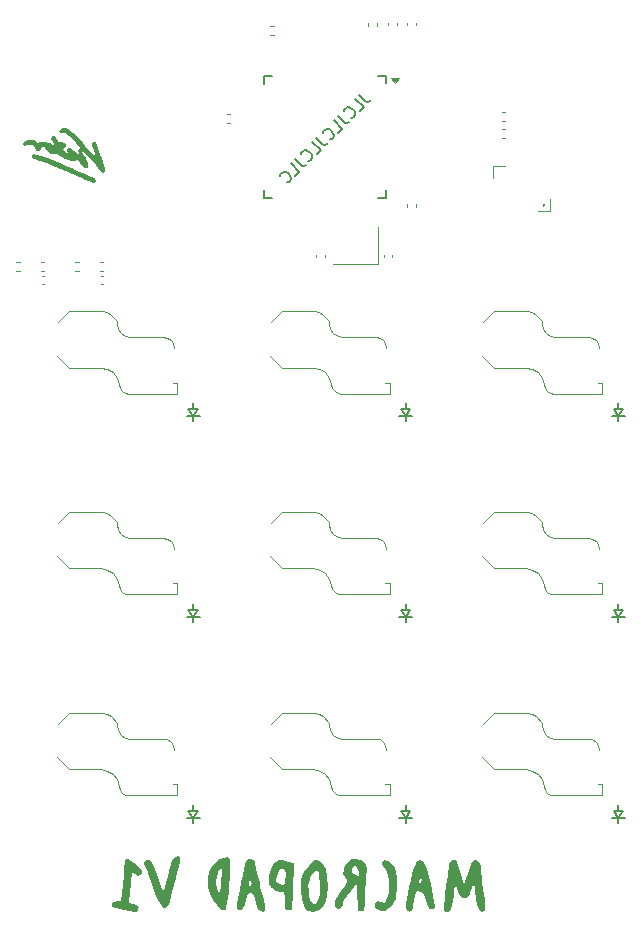
<source format=gbr>
%TF.GenerationSoftware,KiCad,Pcbnew,8.0.3*%
%TF.CreationDate,2024-08-13T15:55:55-04:00*%
%TF.ProjectId,MACROPAD,4d414352-4f50-4414-942e-6b696361645f,rev?*%
%TF.SameCoordinates,Original*%
%TF.FileFunction,Legend,Bot*%
%TF.FilePolarity,Positive*%
%FSLAX46Y46*%
G04 Gerber Fmt 4.6, Leading zero omitted, Abs format (unit mm)*
G04 Created by KiCad (PCBNEW 8.0.3) date 2024-08-13 15:55:55*
%MOMM*%
%LPD*%
G01*
G04 APERTURE LIST*
%ADD10C,0.150000*%
%ADD11C,0.000000*%
%ADD12C,0.120000*%
%ADD13C,0.100000*%
G04 APERTURE END LIST*
D10*
X147210671Y-57053510D02*
X147715748Y-57558587D01*
X147715748Y-57558587D02*
X147850435Y-57625930D01*
X147850435Y-57625930D02*
X147985122Y-57625930D01*
X147985122Y-57625930D02*
X148119809Y-57558587D01*
X148119809Y-57558587D02*
X148187152Y-57491243D01*
X147244343Y-58434052D02*
X147581061Y-58097335D01*
X147581061Y-58097335D02*
X146873954Y-57390228D01*
X146537236Y-59006472D02*
X146604580Y-59006472D01*
X146604580Y-59006472D02*
X146739267Y-58939129D01*
X146739267Y-58939129D02*
X146806610Y-58871785D01*
X146806610Y-58871785D02*
X146873954Y-58737098D01*
X146873954Y-58737098D02*
X146873954Y-58602411D01*
X146873954Y-58602411D02*
X146840282Y-58501396D01*
X146840282Y-58501396D02*
X146739267Y-58333037D01*
X146739267Y-58333037D02*
X146638251Y-58232022D01*
X146638251Y-58232022D02*
X146469893Y-58131007D01*
X146469893Y-58131007D02*
X146368877Y-58097335D01*
X146368877Y-58097335D02*
X146234190Y-58097335D01*
X146234190Y-58097335D02*
X146099503Y-58164678D01*
X146099503Y-58164678D02*
X146032160Y-58232022D01*
X146032160Y-58232022D02*
X145964816Y-58366709D01*
X145964816Y-58366709D02*
X145964816Y-58434052D01*
X145392397Y-58871785D02*
X145897473Y-59376861D01*
X145897473Y-59376861D02*
X146032160Y-59444205D01*
X146032160Y-59444205D02*
X146166847Y-59444205D01*
X146166847Y-59444205D02*
X146301534Y-59376861D01*
X146301534Y-59376861D02*
X146368877Y-59309518D01*
X145426068Y-60252327D02*
X145762786Y-59915610D01*
X145762786Y-59915610D02*
X145055679Y-59208503D01*
X144718961Y-60824747D02*
X144786305Y-60824747D01*
X144786305Y-60824747D02*
X144920992Y-60757404D01*
X144920992Y-60757404D02*
X144988335Y-60690060D01*
X144988335Y-60690060D02*
X145055679Y-60555373D01*
X145055679Y-60555373D02*
X145055679Y-60420686D01*
X145055679Y-60420686D02*
X145022007Y-60319671D01*
X145022007Y-60319671D02*
X144920992Y-60151312D01*
X144920992Y-60151312D02*
X144819977Y-60050297D01*
X144819977Y-60050297D02*
X144651618Y-59949282D01*
X144651618Y-59949282D02*
X144550603Y-59915610D01*
X144550603Y-59915610D02*
X144415916Y-59915610D01*
X144415916Y-59915610D02*
X144281229Y-59982953D01*
X144281229Y-59982953D02*
X144213885Y-60050297D01*
X144213885Y-60050297D02*
X144146542Y-60184984D01*
X144146542Y-60184984D02*
X144146542Y-60252327D01*
X143574122Y-60690060D02*
X144079198Y-61195136D01*
X144079198Y-61195136D02*
X144213885Y-61262480D01*
X144213885Y-61262480D02*
X144348572Y-61262480D01*
X144348572Y-61262480D02*
X144483259Y-61195136D01*
X144483259Y-61195136D02*
X144550603Y-61127793D01*
X143607793Y-62070602D02*
X143944511Y-61733885D01*
X143944511Y-61733885D02*
X143237404Y-61026778D01*
X142900686Y-62643022D02*
X142968030Y-62643022D01*
X142968030Y-62643022D02*
X143102717Y-62575678D01*
X143102717Y-62575678D02*
X143170060Y-62508335D01*
X143170060Y-62508335D02*
X143237404Y-62373648D01*
X143237404Y-62373648D02*
X143237404Y-62238961D01*
X143237404Y-62238961D02*
X143203732Y-62137946D01*
X143203732Y-62137946D02*
X143102717Y-61969587D01*
X143102717Y-61969587D02*
X143001702Y-61868572D01*
X143001702Y-61868572D02*
X142833343Y-61767556D01*
X142833343Y-61767556D02*
X142732328Y-61733885D01*
X142732328Y-61733885D02*
X142597641Y-61733885D01*
X142597641Y-61733885D02*
X142462954Y-61801228D01*
X142462954Y-61801228D02*
X142395610Y-61868572D01*
X142395610Y-61868572D02*
X142328267Y-62003259D01*
X142328267Y-62003259D02*
X142328267Y-62070602D01*
X141755847Y-62508335D02*
X142260923Y-63013411D01*
X142260923Y-63013411D02*
X142395610Y-63080755D01*
X142395610Y-63080755D02*
X142530297Y-63080755D01*
X142530297Y-63080755D02*
X142664984Y-63013411D01*
X142664984Y-63013411D02*
X142732328Y-62946068D01*
X141789518Y-63888877D02*
X142126236Y-63552159D01*
X142126236Y-63552159D02*
X141419129Y-62845053D01*
X141082412Y-64461297D02*
X141149755Y-64461297D01*
X141149755Y-64461297D02*
X141284442Y-64393953D01*
X141284442Y-64393953D02*
X141351786Y-64326610D01*
X141351786Y-64326610D02*
X141419129Y-64191923D01*
X141419129Y-64191923D02*
X141419129Y-64057236D01*
X141419129Y-64057236D02*
X141385457Y-63956221D01*
X141385457Y-63956221D02*
X141284442Y-63787862D01*
X141284442Y-63787862D02*
X141183427Y-63686847D01*
X141183427Y-63686847D02*
X141015068Y-63585831D01*
X141015068Y-63585831D02*
X140914053Y-63552160D01*
X140914053Y-63552160D02*
X140779366Y-63552160D01*
X140779366Y-63552160D02*
X140644679Y-63619503D01*
X140644679Y-63619503D02*
X140577335Y-63686847D01*
X140577335Y-63686847D02*
X140509992Y-63821534D01*
X140509992Y-63821534D02*
X140509992Y-63888877D01*
D11*
%TO.C,G\u002A\u002A\u002A*%
G36*
X157157751Y-121821759D02*
G01*
X157310865Y-121898978D01*
X157420863Y-122095774D01*
X157499715Y-122441931D01*
X157559390Y-122967233D01*
X157576135Y-123143937D01*
X157635118Y-123666714D01*
X157711392Y-124257614D01*
X157792728Y-124819572D01*
X157838159Y-125138195D01*
X157885560Y-125562787D01*
X157905628Y-125885817D01*
X157894082Y-126055092D01*
X157816292Y-126149576D01*
X157594295Y-126188762D01*
X157492616Y-126147841D01*
X157346786Y-125962645D01*
X157222265Y-125616716D01*
X157113922Y-125093975D01*
X157016627Y-124378344D01*
X156932952Y-123646657D01*
X156739991Y-124221554D01*
X156712008Y-124304112D01*
X156565057Y-124691504D01*
X156432900Y-124920614D01*
X156285846Y-125029887D01*
X156094207Y-125057768D01*
X155855168Y-124959843D01*
X155648720Y-124664967D01*
X155486743Y-124183088D01*
X155434798Y-124009607D01*
X155375719Y-123949783D01*
X155319913Y-124072579D01*
X155263929Y-124386766D01*
X155204318Y-124901116D01*
X155168314Y-125221117D01*
X155090485Y-125693046D01*
X154992757Y-125996826D01*
X154864654Y-126159363D01*
X154695701Y-126207562D01*
X154602283Y-126209528D01*
X154523846Y-126202213D01*
X154467626Y-126163575D01*
X154433634Y-126071547D01*
X154421878Y-125904061D01*
X154432367Y-125639050D01*
X154465111Y-125254446D01*
X154520118Y-124728183D01*
X154597398Y-124038193D01*
X154696960Y-123162408D01*
X154721331Y-122962920D01*
X154785227Y-122537029D01*
X154851678Y-122200455D01*
X154909691Y-122012614D01*
X154969290Y-121934562D01*
X155156693Y-121833133D01*
X155350892Y-121834234D01*
X155463968Y-121948097D01*
X155479135Y-122002002D01*
X155549777Y-122233683D01*
X155660421Y-122586344D01*
X155794800Y-123007873D01*
X156093123Y-123936990D01*
X156373049Y-123103913D01*
X156393702Y-123042607D01*
X156576859Y-122521351D01*
X156721868Y-122168280D01*
X156845662Y-121953319D01*
X156965171Y-121846397D01*
X157097326Y-121817439D01*
X157157751Y-121821759D01*
G37*
G36*
X153262014Y-123839965D02*
G01*
X153384402Y-124387630D01*
X153489759Y-124905006D01*
X153568530Y-125349259D01*
X153611159Y-125677558D01*
X153608090Y-125847069D01*
X153530723Y-125940542D01*
X153310802Y-125979708D01*
X153224459Y-125960239D01*
X153113846Y-125886921D01*
X153021427Y-125727366D01*
X152927218Y-125442040D01*
X152811236Y-124991408D01*
X152741485Y-124760552D01*
X152619051Y-124581947D01*
X152418965Y-124502946D01*
X152203635Y-124485723D01*
X152050893Y-124525287D01*
X151997909Y-124645678D01*
X151926386Y-124917617D01*
X151856263Y-125275065D01*
X151798165Y-125607647D01*
X151740394Y-125914094D01*
X151702957Y-126084235D01*
X151626643Y-126162780D01*
X151427217Y-126188762D01*
X151416239Y-126187156D01*
X151293769Y-126149759D01*
X151227651Y-126051666D01*
X151202292Y-125843498D01*
X151202099Y-125475875D01*
X151202797Y-125449950D01*
X151239591Y-125112150D01*
X151322348Y-124652174D01*
X151439024Y-124116834D01*
X151565876Y-123600562D01*
X152289095Y-123600562D01*
X152307854Y-123716177D01*
X152393622Y-123803447D01*
X152463121Y-123735331D01*
X152498149Y-123535961D01*
X152471131Y-123370083D01*
X152393622Y-123333077D01*
X152337093Y-123400462D01*
X152289095Y-123600562D01*
X151565876Y-123600562D01*
X151577576Y-123552943D01*
X151725961Y-123007312D01*
X151872136Y-122526752D01*
X152004058Y-122158077D01*
X152109683Y-121948097D01*
X152160975Y-121891853D01*
X152369188Y-121815447D01*
X152591624Y-121925326D01*
X152796541Y-122209414D01*
X152888228Y-122443553D01*
X153004371Y-122825094D01*
X153132152Y-123304842D01*
X153188239Y-123535961D01*
X153262014Y-123839965D01*
G37*
G36*
X149642574Y-121871240D02*
G01*
X149905315Y-122060462D01*
X150139725Y-122367725D01*
X150301509Y-122746237D01*
X150322167Y-122832820D01*
X150376368Y-123245595D01*
X150401198Y-123764947D01*
X150396708Y-124312613D01*
X150362947Y-124810328D01*
X150299965Y-125179827D01*
X150275178Y-125253675D01*
X150089404Y-125587026D01*
X149826540Y-125885383D01*
X149770145Y-125933190D01*
X149387020Y-126158682D01*
X149040833Y-126180579D01*
X148735186Y-125998509D01*
X148574392Y-125765815D01*
X148538502Y-125524555D01*
X148628302Y-125346767D01*
X148818131Y-125279061D01*
X149082323Y-125368047D01*
X149167539Y-125416312D01*
X149319008Y-125430646D01*
X149474053Y-125283911D01*
X149610183Y-125037981D01*
X149719699Y-124605105D01*
X149758529Y-124093574D01*
X149730406Y-123559614D01*
X149639063Y-123059452D01*
X149488231Y-122649314D01*
X149281643Y-122385427D01*
X149235707Y-122343779D01*
X149164029Y-122143713D01*
X149240543Y-121945782D01*
X149440252Y-121836505D01*
X149642574Y-121871240D01*
G37*
G36*
X147832785Y-122985688D02*
G01*
X147786973Y-123585495D01*
X147773825Y-123740032D01*
X147734169Y-124307149D01*
X147705621Y-124870409D01*
X147693647Y-125327795D01*
X147693495Y-125350916D01*
X147680807Y-125724038D01*
X147653012Y-126007766D01*
X147615824Y-126142287D01*
X147536076Y-126178847D01*
X147328376Y-126185840D01*
X147287248Y-126178060D01*
X147207089Y-126133966D01*
X147152358Y-126025616D01*
X147115256Y-125816832D01*
X147087988Y-125471434D01*
X147062758Y-124953241D01*
X147010494Y-123751184D01*
X146487860Y-124458402D01*
X146427532Y-124541210D01*
X146173211Y-124915852D01*
X145968723Y-125255986D01*
X145853729Y-125496674D01*
X145811422Y-125607966D01*
X145637757Y-125880672D01*
X145437389Y-125980494D01*
X145237257Y-125890233D01*
X145228236Y-125880841D01*
X145140332Y-125649897D01*
X145204222Y-125305644D01*
X145422412Y-124840732D01*
X145797410Y-124247810D01*
X145972238Y-123987437D01*
X146146037Y-123694328D01*
X146205569Y-123522523D01*
X146162062Y-123447379D01*
X145981434Y-123296210D01*
X145886729Y-123011051D01*
X145900194Y-122666839D01*
X146589358Y-122666839D01*
X146597287Y-122820036D01*
X146762897Y-122981229D01*
X146957450Y-123114406D01*
X147088889Y-123173962D01*
X147102860Y-123171889D01*
X147158377Y-123064028D01*
X147162955Y-122853706D01*
X147122233Y-122625879D01*
X147041852Y-122465505D01*
X146927973Y-122372718D01*
X146779956Y-122372244D01*
X146635916Y-122565446D01*
X146589358Y-122666839D01*
X145900194Y-122666839D01*
X145900619Y-122655985D01*
X146020125Y-122286352D01*
X146242268Y-121957491D01*
X146522097Y-121767193D01*
X146913263Y-121727437D01*
X147402884Y-121865693D01*
X147551831Y-121938037D01*
X147707707Y-122068885D01*
X147801155Y-122263220D01*
X147840181Y-122556875D01*
X147835061Y-122853706D01*
X147832785Y-122985688D01*
G37*
G36*
X144550575Y-124194356D02*
G01*
X144517852Y-124832967D01*
X144425638Y-125311768D01*
X144263350Y-125668155D01*
X144020404Y-125939527D01*
X143810872Y-126079989D01*
X143376170Y-126205010D01*
X142938047Y-126142407D01*
X142871189Y-126106633D01*
X142665734Y-125871846D01*
X142486024Y-125489035D01*
X142350364Y-125004647D01*
X142277059Y-124465132D01*
X142257635Y-124044184D01*
X142260977Y-123962314D01*
X142913096Y-123962314D01*
X142931232Y-124385181D01*
X142995081Y-124822471D01*
X143092423Y-125199758D01*
X143211039Y-125442614D01*
X143277752Y-125509415D01*
X143414710Y-125580402D01*
X143494592Y-125545341D01*
X143640363Y-125357710D01*
X143775471Y-125060228D01*
X143868740Y-124712489D01*
X143888221Y-124541141D01*
X143895600Y-124160514D01*
X143875340Y-123724423D01*
X143832973Y-123298979D01*
X143774032Y-122950293D01*
X143704050Y-122744477D01*
X143668715Y-122708669D01*
X143526196Y-122719927D01*
X143348940Y-122869551D01*
X143169152Y-123116253D01*
X143019037Y-123418749D01*
X142930801Y-123735752D01*
X142913096Y-123962314D01*
X142260977Y-123962314D01*
X142277310Y-123562223D01*
X142370050Y-123174313D01*
X142554136Y-122814909D01*
X142847848Y-122418468D01*
X142930317Y-122318368D01*
X143205124Y-122019999D01*
X143419954Y-121863060D01*
X143613150Y-121817439D01*
X143910062Y-121888314D01*
X144187164Y-122149919D01*
X144387097Y-122601651D01*
X144508741Y-123240827D01*
X144550977Y-124064764D01*
X144550680Y-124160514D01*
X144550575Y-124194356D01*
G37*
G36*
X138858652Y-124075465D02*
G01*
X139000159Y-124652459D01*
X139124253Y-125191169D01*
X139217104Y-125631093D01*
X139271453Y-125937753D01*
X139280039Y-126076673D01*
X139272916Y-126092427D01*
X139124587Y-126192746D01*
X138908244Y-126187586D01*
X138726209Y-126076904D01*
X138695964Y-126037041D01*
X138637029Y-125934056D01*
X138577194Y-125773089D01*
X138500061Y-125505812D01*
X138389230Y-125083900D01*
X138307012Y-124825086D01*
X138196316Y-124677301D01*
X138027591Y-124639661D01*
X137962583Y-124642981D01*
X137833059Y-124699785D01*
X137740727Y-124865226D01*
X137651963Y-125188426D01*
X137534282Y-125633760D01*
X137419235Y-125917586D01*
X137289710Y-126062453D01*
X137125758Y-126103035D01*
X137051677Y-126097895D01*
X136914373Y-126025891D01*
X136856268Y-125845317D01*
X136872652Y-125526138D01*
X136958816Y-125038323D01*
X137011941Y-124777996D01*
X137117512Y-124256057D01*
X137207191Y-123809616D01*
X137864404Y-123809616D01*
X137890153Y-123925663D01*
X138006699Y-124012500D01*
X138094258Y-123963700D01*
X138099273Y-123752402D01*
X138086482Y-123697981D01*
X137999319Y-123559003D01*
X137907186Y-123600625D01*
X137864404Y-123809616D01*
X137207191Y-123809616D01*
X137235712Y-123667630D01*
X137349536Y-123097196D01*
X137441992Y-122670472D01*
X137549529Y-122253244D01*
X137647489Y-121949354D01*
X137722515Y-121805072D01*
X137855559Y-121742808D01*
X138092585Y-121748787D01*
X138298864Y-121848070D01*
X138387037Y-122013283D01*
X138408859Y-122157395D01*
X138475098Y-122473814D01*
X138577628Y-122922951D01*
X138708222Y-123468828D01*
X138778541Y-123752402D01*
X138858652Y-124075465D01*
G37*
G36*
X127915613Y-121883344D02*
G01*
X128310599Y-122187546D01*
X128637538Y-122490639D01*
X128815333Y-122722486D01*
X128854557Y-122901692D01*
X128832426Y-122979527D01*
X128678523Y-123128534D01*
X128457050Y-123149257D01*
X128252129Y-123024541D01*
X128163220Y-122933754D01*
X128039573Y-122862706D01*
X128018510Y-122891561D01*
X127974139Y-123081336D01*
X127929104Y-123409311D01*
X127890484Y-123829579D01*
X127875971Y-124019555D01*
X127836122Y-124480986D01*
X127796320Y-124871727D01*
X127763345Y-125122817D01*
X127757084Y-125159963D01*
X127746756Y-125360033D01*
X127839526Y-125458915D01*
X128087517Y-125520560D01*
X128361959Y-125608869D01*
X128539271Y-125792010D01*
X128523723Y-126050772D01*
X128516545Y-126068356D01*
X128455026Y-126151153D01*
X128336631Y-126191357D01*
X128124363Y-126189205D01*
X127781226Y-126144931D01*
X127270223Y-126058773D01*
X126972297Y-126003081D01*
X126593093Y-125910280D01*
X126372501Y-125809306D01*
X126278905Y-125682727D01*
X126280692Y-125513109D01*
X126297026Y-125458397D01*
X126421239Y-125349892D01*
X126695903Y-125319085D01*
X127072751Y-125319085D01*
X127206075Y-123907974D01*
X127214236Y-123821119D01*
X127264100Y-123268863D01*
X127306053Y-122768721D01*
X127335896Y-122372670D01*
X127349432Y-122132688D01*
X127363106Y-121978042D01*
X127452537Y-121779200D01*
X127633149Y-121747431D01*
X127915613Y-121883344D01*
G37*
G36*
X141643515Y-123493249D02*
G01*
X141623589Y-124003871D01*
X141601465Y-124542066D01*
X141579116Y-125060538D01*
X141558516Y-125511990D01*
X141541639Y-125849123D01*
X141530460Y-126024640D01*
X141454826Y-126095092D01*
X141272945Y-126100764D01*
X141077032Y-126043630D01*
X140959126Y-125937696D01*
X140930083Y-125787486D01*
X140905235Y-125480902D01*
X140895679Y-125104763D01*
X140893229Y-124871892D01*
X140873290Y-124610781D01*
X140825032Y-124498591D01*
X140738656Y-124497424D01*
X140522367Y-124525981D01*
X140171768Y-124424450D01*
X139816134Y-124176804D01*
X139777120Y-124139370D01*
X139589385Y-123865424D01*
X139536832Y-123510456D01*
X139538001Y-123492155D01*
X140181837Y-123492155D01*
X140210884Y-123633657D01*
X140329752Y-123746626D01*
X140519278Y-123871678D01*
X140746854Y-123943202D01*
X140894106Y-123846910D01*
X140973819Y-123570475D01*
X140998779Y-123101569D01*
X140995693Y-122968473D01*
X140940918Y-122699150D01*
X140802129Y-122555000D01*
X140670329Y-122508332D01*
X140524280Y-122558932D01*
X140396000Y-122764956D01*
X140262152Y-123152214D01*
X140234216Y-123248293D01*
X140181837Y-123492155D01*
X139538001Y-123492155D01*
X139556731Y-123198827D01*
X139722155Y-122596431D01*
X140040980Y-122104887D01*
X140162076Y-121990343D01*
X140443797Y-121847040D01*
X140793890Y-121841013D01*
X141261523Y-121966695D01*
X141679630Y-122112803D01*
X141670438Y-122670677D01*
X141668875Y-122743915D01*
X141659268Y-123057498D01*
X141657675Y-123101569D01*
X141643515Y-123493249D01*
G37*
G36*
X136292812Y-122780120D02*
G01*
X136258998Y-123327123D01*
X136213178Y-123912061D01*
X136158684Y-124495187D01*
X136098853Y-125036757D01*
X136037017Y-125497024D01*
X135976512Y-125836244D01*
X135920670Y-126014670D01*
X135833206Y-126094147D01*
X135640380Y-126077599D01*
X135400498Y-125905190D01*
X135135253Y-125599180D01*
X134866342Y-125181828D01*
X134615457Y-124675396D01*
X134451232Y-124095404D01*
X134429688Y-123646657D01*
X135104719Y-123646657D01*
X135112020Y-123803637D01*
X135174371Y-124185689D01*
X135279275Y-124482871D01*
X135451918Y-124796451D01*
X135464415Y-124482871D01*
X135466113Y-124445384D01*
X135483767Y-124158803D01*
X135513064Y-123754336D01*
X135548633Y-123306945D01*
X135559785Y-123163176D01*
X135579866Y-122796216D01*
X135581157Y-122540566D01*
X135562858Y-122444599D01*
X135486820Y-122481063D01*
X135353818Y-122671016D01*
X135230244Y-122969415D01*
X135139433Y-123315037D01*
X135104719Y-123646657D01*
X134429688Y-123646657D01*
X134421200Y-123469863D01*
X134523863Y-122874138D01*
X134755021Y-122377365D01*
X135027942Y-122055692D01*
X135378949Y-121783394D01*
X135732037Y-121629212D01*
X136045824Y-121610347D01*
X136278926Y-121743997D01*
X136288874Y-121764169D01*
X136311085Y-121958897D01*
X136311286Y-122310796D01*
X136302242Y-122540566D01*
X136292812Y-122780120D01*
G37*
G36*
X132007874Y-121604334D02*
G01*
X132051567Y-121817439D01*
X132051228Y-121823356D01*
X132017836Y-122025035D01*
X131940081Y-122382430D01*
X131829008Y-122852323D01*
X131695663Y-123391492D01*
X131551090Y-123956717D01*
X131406334Y-124504779D01*
X131272440Y-124992457D01*
X131160452Y-125376531D01*
X131081417Y-125613781D01*
X131067423Y-125647920D01*
X130930377Y-125842975D01*
X130730285Y-125875098D01*
X130709897Y-125871116D01*
X130535613Y-125755584D01*
X130339990Y-125483328D01*
X130116950Y-125042527D01*
X129860413Y-124421361D01*
X129564298Y-123608008D01*
X129452793Y-123294803D01*
X129294602Y-122873531D01*
X129161626Y-122545605D01*
X129074500Y-122363452D01*
X128997295Y-122170522D01*
X129032094Y-121958545D01*
X129184879Y-121839128D01*
X129404754Y-121844365D01*
X129640824Y-122006348D01*
X129711690Y-122118530D01*
X129846217Y-122407925D01*
X130005464Y-122808747D01*
X130168198Y-123270115D01*
X130288954Y-123623618D01*
X130433910Y-124019751D01*
X130550919Y-124307985D01*
X130622294Y-124442654D01*
X130675133Y-124409067D01*
X130764841Y-124193128D01*
X130879364Y-123803414D01*
X131012981Y-123257283D01*
X131133578Y-122748313D01*
X131276318Y-122222957D01*
X131406327Y-121861993D01*
X131535067Y-121641235D01*
X131674000Y-121536495D01*
X131834590Y-121523586D01*
X132007874Y-121604334D01*
G37*
D12*
%TO.C,R7*%
X135986359Y-58632500D02*
X136293641Y-58632500D01*
X135986359Y-59392500D02*
X136293641Y-59392500D01*
D11*
%TO.C,G\u002A\u002A\u002A*%
G36*
X119888152Y-62095617D02*
G01*
X120016875Y-62132910D01*
X120274216Y-62219891D01*
X120607346Y-62341700D01*
X121001262Y-62492168D01*
X121440960Y-62665124D01*
X121911437Y-62854400D01*
X122397689Y-63053825D01*
X122884713Y-63257230D01*
X123357504Y-63458444D01*
X123801061Y-63651300D01*
X124200378Y-63829626D01*
X124540452Y-63987253D01*
X124806280Y-64118012D01*
X124831543Y-64132172D01*
X124940508Y-64241312D01*
X124960667Y-64364973D01*
X124885464Y-64473706D01*
X124821552Y-64518474D01*
X124772662Y-64546854D01*
X124770326Y-64546457D01*
X124698789Y-64519107D01*
X124542463Y-64453295D01*
X124315957Y-64355417D01*
X124033882Y-64231867D01*
X123710845Y-64089038D01*
X123361457Y-63933327D01*
X123000328Y-63771126D01*
X122886470Y-63720277D01*
X122541421Y-63570636D01*
X122153728Y-63407701D01*
X121741489Y-63238614D01*
X121322805Y-63070518D01*
X120915772Y-62910555D01*
X120538492Y-62765867D01*
X120209063Y-62643596D01*
X119945583Y-62550884D01*
X119766153Y-62494873D01*
X119647954Y-62451761D01*
X119518550Y-62353569D01*
X119480930Y-62236081D01*
X119544420Y-62115266D01*
X119549282Y-62110485D01*
X119620481Y-62064953D01*
X119720823Y-62060718D01*
X119888152Y-62095617D01*
G37*
G36*
X122433932Y-59861970D02*
G01*
X122600569Y-59943329D01*
X122794932Y-60082309D01*
X123025152Y-60284914D01*
X123299360Y-60557147D01*
X123625687Y-60905013D01*
X124012264Y-61334514D01*
X124175375Y-61517567D01*
X124405749Y-61773782D01*
X124604042Y-61991514D01*
X124759907Y-62159530D01*
X124862995Y-62266597D01*
X124902959Y-62301481D01*
X124898556Y-62268177D01*
X124864991Y-62148575D01*
X124806119Y-61963723D01*
X124728883Y-61736167D01*
X124665801Y-61548724D01*
X124600821Y-61323097D01*
X124576879Y-61174684D01*
X124590840Y-61088784D01*
X124668516Y-61013327D01*
X124794787Y-60995862D01*
X124909073Y-61062557D01*
X124911482Y-61066112D01*
X124946836Y-61146220D01*
X125010272Y-61310078D01*
X125095164Y-61538891D01*
X125194885Y-61813862D01*
X125302809Y-62116196D01*
X125412309Y-62427096D01*
X125516758Y-62727767D01*
X125609532Y-62999413D01*
X125684003Y-63223237D01*
X125733545Y-63380443D01*
X125751531Y-63452236D01*
X125733712Y-63488561D01*
X125664192Y-63570237D01*
X125615650Y-63613131D01*
X125513103Y-63650465D01*
X125410493Y-63595256D01*
X125289670Y-63441256D01*
X125234689Y-63365884D01*
X125105677Y-63204294D01*
X124929229Y-62992817D01*
X124721110Y-62750268D01*
X124497084Y-62495459D01*
X124365660Y-62348240D01*
X124164350Y-62126190D01*
X124018928Y-61973549D01*
X123918370Y-61880674D01*
X123851655Y-61837918D01*
X123807761Y-61835638D01*
X123775664Y-61864187D01*
X123760421Y-61885717D01*
X123735989Y-61956298D01*
X123800659Y-61998631D01*
X123803789Y-61999978D01*
X123871122Y-62071276D01*
X123962043Y-62217173D01*
X124062778Y-62409648D01*
X124159556Y-62620681D01*
X124238603Y-62822253D01*
X124286147Y-62986344D01*
X124289702Y-63007541D01*
X124267075Y-63156940D01*
X124167902Y-63243835D01*
X124015382Y-63245982D01*
X123945398Y-63206639D01*
X123823047Y-63093792D01*
X123698273Y-62940774D01*
X123611647Y-62823858D01*
X123450719Y-62646153D01*
X123325033Y-62570980D01*
X123232769Y-62596996D01*
X123201834Y-62620477D01*
X123054392Y-62654584D01*
X122856441Y-62628861D01*
X122639059Y-62545979D01*
X122587008Y-62520869D01*
X122428445Y-62459413D01*
X122311865Y-62434819D01*
X122306854Y-62434605D01*
X122203264Y-62399611D01*
X122045179Y-62316389D01*
X121864712Y-62201684D01*
X121767281Y-62135932D01*
X121613889Y-62044965D01*
X121517919Y-62013902D01*
X121460466Y-62034944D01*
X121459971Y-62035437D01*
X121330022Y-62094263D01*
X121165164Y-62072637D01*
X120990647Y-61983443D01*
X120831721Y-61839565D01*
X120713636Y-61653886D01*
X120650895Y-61531083D01*
X120571567Y-61453909D01*
X120460748Y-61434382D01*
X120451996Y-61434437D01*
X120337856Y-61458686D01*
X120304704Y-61536927D01*
X120291766Y-61601021D01*
X120216868Y-61714373D01*
X120108315Y-61793963D01*
X120004504Y-61805448D01*
X119975438Y-61786752D01*
X119887777Y-61689795D01*
X119794009Y-61547126D01*
X119732494Y-61450344D01*
X119594531Y-61320351D01*
X119420903Y-61277832D01*
X119185117Y-61312580D01*
X119128022Y-61326195D01*
X118946246Y-61347254D01*
X118834992Y-61307385D01*
X118772661Y-61200730D01*
X118761596Y-61129422D01*
X118812420Y-61021043D01*
X118960867Y-60939328D01*
X119212985Y-60879871D01*
X119501215Y-60857988D01*
X119734184Y-60904366D01*
X119924815Y-61025831D01*
X119931953Y-61032180D01*
X120026536Y-61080299D01*
X120139698Y-61044395D01*
X120202980Y-61018732D01*
X120300064Y-61004805D01*
X120441540Y-61009650D01*
X120648960Y-61034203D01*
X120943873Y-61079403D01*
X121004095Y-61095645D01*
X121166807Y-61172372D01*
X121331506Y-61282992D01*
X121552400Y-61459661D01*
X121407543Y-61266387D01*
X121385172Y-61235923D01*
X121268256Y-61061163D01*
X121175612Y-60900765D01*
X121127971Y-60794554D01*
X121120982Y-60703511D01*
X121172202Y-60608970D01*
X121239062Y-60532479D01*
X121338539Y-60498876D01*
X121445318Y-60566464D01*
X121569435Y-60738515D01*
X121615133Y-60811593D01*
X121713498Y-60932834D01*
X121832028Y-61002930D01*
X122015861Y-61053755D01*
X122037747Y-61058793D01*
X122260058Y-61134394D01*
X122376987Y-61229486D01*
X122386809Y-61341447D01*
X122287804Y-61467656D01*
X122143904Y-61591434D01*
X122299224Y-61804702D01*
X122342230Y-61858227D01*
X122491504Y-61997834D01*
X122639985Y-62086322D01*
X122825426Y-62154673D01*
X122643666Y-61967144D01*
X122620990Y-61943095D01*
X122505283Y-61774170D01*
X122496046Y-61635677D01*
X122593167Y-61526647D01*
X122602581Y-61521305D01*
X122666063Y-61512963D01*
X122757109Y-61550766D01*
X122893592Y-61644643D01*
X123093385Y-61804523D01*
X123220391Y-61907129D01*
X123392093Y-62032114D01*
X123502127Y-62087710D01*
X123561038Y-62080131D01*
X123581975Y-62022116D01*
X123505458Y-61961646D01*
X123461069Y-61933954D01*
X123381842Y-61822792D01*
X123383709Y-61698999D01*
X123470533Y-61602312D01*
X123556435Y-61573033D01*
X123654540Y-61581896D01*
X123665700Y-61585246D01*
X123639782Y-61541332D01*
X123557338Y-61440371D01*
X123432591Y-61297918D01*
X123279768Y-61129528D01*
X123113091Y-60950755D01*
X122946787Y-60777154D01*
X122795080Y-60624281D01*
X122672194Y-60507689D01*
X122649758Y-60487564D01*
X122502324Y-60362411D01*
X122395510Y-60298041D01*
X122294388Y-60279661D01*
X122164028Y-60292479D01*
X122148748Y-60294629D01*
X121952767Y-60289262D01*
X121839317Y-60225151D01*
X121814126Y-60122934D01*
X121882921Y-60003252D01*
X122051430Y-59886742D01*
X122151313Y-59848105D01*
X122286890Y-59832230D01*
X122433932Y-59861970D01*
G37*
D12*
%TO.C,S1*%
X121734000Y-76291000D02*
X122671000Y-75354000D01*
X122671000Y-75354000D02*
X125418000Y-75354000D01*
X122671000Y-80146000D02*
X121650000Y-79125000D01*
X125318000Y-80146000D02*
X122671000Y-80146000D01*
X125418000Y-75354000D02*
X125821000Y-75434000D01*
X125821000Y-75434000D02*
X126163000Y-75663000D01*
X125880000Y-80251000D02*
X125318000Y-80146000D01*
X126163000Y-75663000D02*
X126696000Y-76196000D01*
X126359000Y-80550000D02*
X125880000Y-80251000D01*
X126696000Y-76196000D02*
X126696000Y-76418000D01*
X126696000Y-76418000D02*
X126783000Y-76856000D01*
X126697000Y-81003000D02*
X126359000Y-80550000D01*
X126783000Y-76856000D02*
X127027000Y-77223000D01*
X126851000Y-81561000D02*
X126697000Y-81003000D01*
X126933000Y-81859000D02*
X126851000Y-81561000D01*
X127027000Y-77223000D02*
X127394000Y-77467000D01*
X127126000Y-82117000D02*
X126933000Y-81859000D01*
X127394000Y-77467000D02*
X127832000Y-77554000D01*
X127400000Y-82287000D02*
X127126000Y-82117000D01*
X127710000Y-82346000D02*
X127400000Y-82287000D01*
X127832000Y-77554000D02*
X130632000Y-77554000D01*
X130632000Y-77554000D02*
X130959000Y-77619000D01*
X130959000Y-77619000D02*
X131242000Y-77808000D01*
X131242000Y-77808000D02*
X131431000Y-78091000D01*
X131431000Y-78091000D02*
X131516000Y-78518000D01*
X131433000Y-81404000D02*
X131796000Y-81404000D01*
X131796000Y-81404000D02*
X131796000Y-82346000D01*
X131796000Y-82346000D02*
X127710000Y-82346000D01*
%TO.C,S3*%
X167796000Y-82346000D02*
X163710000Y-82346000D01*
X167796000Y-81404000D02*
X167796000Y-82346000D01*
X167433000Y-81404000D02*
X167796000Y-81404000D01*
X167431000Y-78091000D02*
X167516000Y-78518000D01*
X167242000Y-77808000D02*
X167431000Y-78091000D01*
X166959000Y-77619000D02*
X167242000Y-77808000D01*
X166632000Y-77554000D02*
X166959000Y-77619000D01*
X163832000Y-77554000D02*
X166632000Y-77554000D01*
X163710000Y-82346000D02*
X163400000Y-82287000D01*
X163400000Y-82287000D02*
X163126000Y-82117000D01*
X163394000Y-77467000D02*
X163832000Y-77554000D01*
X163126000Y-82117000D02*
X162933000Y-81859000D01*
X163027000Y-77223000D02*
X163394000Y-77467000D01*
X162933000Y-81859000D02*
X162851000Y-81561000D01*
X162851000Y-81561000D02*
X162697000Y-81003000D01*
X162783000Y-76856000D02*
X163027000Y-77223000D01*
X162697000Y-81003000D02*
X162359000Y-80550000D01*
X162696000Y-76418000D02*
X162783000Y-76856000D01*
X162696000Y-76196000D02*
X162696000Y-76418000D01*
X162359000Y-80550000D02*
X161880000Y-80251000D01*
X162163000Y-75663000D02*
X162696000Y-76196000D01*
X161880000Y-80251000D02*
X161318000Y-80146000D01*
X161821000Y-75434000D02*
X162163000Y-75663000D01*
X161418000Y-75354000D02*
X161821000Y-75434000D01*
X161318000Y-80146000D02*
X158671000Y-80146000D01*
X158671000Y-80146000D02*
X157650000Y-79125000D01*
X158671000Y-75354000D02*
X161418000Y-75354000D01*
X157734000Y-76291000D02*
X158671000Y-75354000D01*
%TO.C,S8*%
X149796000Y-116346000D02*
X145710000Y-116346000D01*
X149796000Y-115404000D02*
X149796000Y-116346000D01*
X149433000Y-115404000D02*
X149796000Y-115404000D01*
X149431000Y-112091000D02*
X149516000Y-112518000D01*
X149242000Y-111808000D02*
X149431000Y-112091000D01*
X148959000Y-111619000D02*
X149242000Y-111808000D01*
X148632000Y-111554000D02*
X148959000Y-111619000D01*
X145832000Y-111554000D02*
X148632000Y-111554000D01*
X145710000Y-116346000D02*
X145400000Y-116287000D01*
X145400000Y-116287000D02*
X145126000Y-116117000D01*
X145394000Y-111467000D02*
X145832000Y-111554000D01*
X145126000Y-116117000D02*
X144933000Y-115859000D01*
X145027000Y-111223000D02*
X145394000Y-111467000D01*
X144933000Y-115859000D02*
X144851000Y-115561000D01*
X144851000Y-115561000D02*
X144697000Y-115003000D01*
X144783000Y-110856000D02*
X145027000Y-111223000D01*
X144697000Y-115003000D02*
X144359000Y-114550000D01*
X144696000Y-110418000D02*
X144783000Y-110856000D01*
X144696000Y-110196000D02*
X144696000Y-110418000D01*
X144359000Y-114550000D02*
X143880000Y-114251000D01*
X144163000Y-109663000D02*
X144696000Y-110196000D01*
X143880000Y-114251000D02*
X143318000Y-114146000D01*
X143821000Y-109434000D02*
X144163000Y-109663000D01*
X143418000Y-109354000D02*
X143821000Y-109434000D01*
X143318000Y-114146000D02*
X140671000Y-114146000D01*
X140671000Y-114146000D02*
X139650000Y-113125000D01*
X140671000Y-109354000D02*
X143418000Y-109354000D01*
X139734000Y-110291000D02*
X140671000Y-109354000D01*
%TO.C,S9*%
X167796000Y-116346000D02*
X163710000Y-116346000D01*
X167796000Y-115404000D02*
X167796000Y-116346000D01*
X167433000Y-115404000D02*
X167796000Y-115404000D01*
X167431000Y-112091000D02*
X167516000Y-112518000D01*
X167242000Y-111808000D02*
X167431000Y-112091000D01*
X166959000Y-111619000D02*
X167242000Y-111808000D01*
X166632000Y-111554000D02*
X166959000Y-111619000D01*
X163832000Y-111554000D02*
X166632000Y-111554000D01*
X163710000Y-116346000D02*
X163400000Y-116287000D01*
X163400000Y-116287000D02*
X163126000Y-116117000D01*
X163394000Y-111467000D02*
X163832000Y-111554000D01*
X163126000Y-116117000D02*
X162933000Y-115859000D01*
X163027000Y-111223000D02*
X163394000Y-111467000D01*
X162933000Y-115859000D02*
X162851000Y-115561000D01*
X162851000Y-115561000D02*
X162697000Y-115003000D01*
X162783000Y-110856000D02*
X163027000Y-111223000D01*
X162697000Y-115003000D02*
X162359000Y-114550000D01*
X162696000Y-110418000D02*
X162783000Y-110856000D01*
X162696000Y-110196000D02*
X162696000Y-110418000D01*
X162359000Y-114550000D02*
X161880000Y-114251000D01*
X162163000Y-109663000D02*
X162696000Y-110196000D01*
X161880000Y-114251000D02*
X161318000Y-114146000D01*
X161821000Y-109434000D02*
X162163000Y-109663000D01*
X161418000Y-109354000D02*
X161821000Y-109434000D01*
X161318000Y-114146000D02*
X158671000Y-114146000D01*
X158671000Y-114146000D02*
X157650000Y-113125000D01*
X158671000Y-109354000D02*
X161418000Y-109354000D01*
X157734000Y-110291000D02*
X158671000Y-109354000D01*
%TO.C,S5*%
X149796000Y-99346000D02*
X145710000Y-99346000D01*
X149796000Y-98404000D02*
X149796000Y-99346000D01*
X149433000Y-98404000D02*
X149796000Y-98404000D01*
X149431000Y-95091000D02*
X149516000Y-95518000D01*
X149242000Y-94808000D02*
X149431000Y-95091000D01*
X148959000Y-94619000D02*
X149242000Y-94808000D01*
X148632000Y-94554000D02*
X148959000Y-94619000D01*
X145832000Y-94554000D02*
X148632000Y-94554000D01*
X145710000Y-99346000D02*
X145400000Y-99287000D01*
X145400000Y-99287000D02*
X145126000Y-99117000D01*
X145394000Y-94467000D02*
X145832000Y-94554000D01*
X145126000Y-99117000D02*
X144933000Y-98859000D01*
X145027000Y-94223000D02*
X145394000Y-94467000D01*
X144933000Y-98859000D02*
X144851000Y-98561000D01*
X144851000Y-98561000D02*
X144697000Y-98003000D01*
X144783000Y-93856000D02*
X145027000Y-94223000D01*
X144697000Y-98003000D02*
X144359000Y-97550000D01*
X144696000Y-93418000D02*
X144783000Y-93856000D01*
X144696000Y-93196000D02*
X144696000Y-93418000D01*
X144359000Y-97550000D02*
X143880000Y-97251000D01*
X144163000Y-92663000D02*
X144696000Y-93196000D01*
X143880000Y-97251000D02*
X143318000Y-97146000D01*
X143821000Y-92434000D02*
X144163000Y-92663000D01*
X143418000Y-92354000D02*
X143821000Y-92434000D01*
X143318000Y-97146000D02*
X140671000Y-97146000D01*
X140671000Y-97146000D02*
X139650000Y-96125000D01*
X140671000Y-92354000D02*
X143418000Y-92354000D01*
X139734000Y-93291000D02*
X140671000Y-92354000D01*
%TO.C,S4*%
X131796000Y-99346000D02*
X127710000Y-99346000D01*
X131796000Y-98404000D02*
X131796000Y-99346000D01*
X131433000Y-98404000D02*
X131796000Y-98404000D01*
X131431000Y-95091000D02*
X131516000Y-95518000D01*
X131242000Y-94808000D02*
X131431000Y-95091000D01*
X130959000Y-94619000D02*
X131242000Y-94808000D01*
X130632000Y-94554000D02*
X130959000Y-94619000D01*
X127832000Y-94554000D02*
X130632000Y-94554000D01*
X127710000Y-99346000D02*
X127400000Y-99287000D01*
X127400000Y-99287000D02*
X127126000Y-99117000D01*
X127394000Y-94467000D02*
X127832000Y-94554000D01*
X127126000Y-99117000D02*
X126933000Y-98859000D01*
X127027000Y-94223000D02*
X127394000Y-94467000D01*
X126933000Y-98859000D02*
X126851000Y-98561000D01*
X126851000Y-98561000D02*
X126697000Y-98003000D01*
X126783000Y-93856000D02*
X127027000Y-94223000D01*
X126697000Y-98003000D02*
X126359000Y-97550000D01*
X126696000Y-93418000D02*
X126783000Y-93856000D01*
X126696000Y-93196000D02*
X126696000Y-93418000D01*
X126359000Y-97550000D02*
X125880000Y-97251000D01*
X126163000Y-92663000D02*
X126696000Y-93196000D01*
X125880000Y-97251000D02*
X125318000Y-97146000D01*
X125821000Y-92434000D02*
X126163000Y-92663000D01*
X125418000Y-92354000D02*
X125821000Y-92434000D01*
X125318000Y-97146000D02*
X122671000Y-97146000D01*
X122671000Y-97146000D02*
X121650000Y-96125000D01*
X122671000Y-92354000D02*
X125418000Y-92354000D01*
X121734000Y-93291000D02*
X122671000Y-92354000D01*
%TO.C,S6*%
X157734000Y-93291000D02*
X158671000Y-92354000D01*
X158671000Y-92354000D02*
X161418000Y-92354000D01*
X158671000Y-97146000D02*
X157650000Y-96125000D01*
X161318000Y-97146000D02*
X158671000Y-97146000D01*
X161418000Y-92354000D02*
X161821000Y-92434000D01*
X161821000Y-92434000D02*
X162163000Y-92663000D01*
X161880000Y-97251000D02*
X161318000Y-97146000D01*
X162163000Y-92663000D02*
X162696000Y-93196000D01*
X162359000Y-97550000D02*
X161880000Y-97251000D01*
X162696000Y-93196000D02*
X162696000Y-93418000D01*
X162696000Y-93418000D02*
X162783000Y-93856000D01*
X162697000Y-98003000D02*
X162359000Y-97550000D01*
X162783000Y-93856000D02*
X163027000Y-94223000D01*
X162851000Y-98561000D02*
X162697000Y-98003000D01*
X162933000Y-98859000D02*
X162851000Y-98561000D01*
X163027000Y-94223000D02*
X163394000Y-94467000D01*
X163126000Y-99117000D02*
X162933000Y-98859000D01*
X163394000Y-94467000D02*
X163832000Y-94554000D01*
X163400000Y-99287000D02*
X163126000Y-99117000D01*
X163710000Y-99346000D02*
X163400000Y-99287000D01*
X163832000Y-94554000D02*
X166632000Y-94554000D01*
X166632000Y-94554000D02*
X166959000Y-94619000D01*
X166959000Y-94619000D02*
X167242000Y-94808000D01*
X167242000Y-94808000D02*
X167431000Y-95091000D01*
X167431000Y-95091000D02*
X167516000Y-95518000D01*
X167433000Y-98404000D02*
X167796000Y-98404000D01*
X167796000Y-98404000D02*
X167796000Y-99346000D01*
X167796000Y-99346000D02*
X163710000Y-99346000D01*
%TO.C,S7*%
X131796000Y-116346000D02*
X127710000Y-116346000D01*
X131796000Y-115404000D02*
X131796000Y-116346000D01*
X131433000Y-115404000D02*
X131796000Y-115404000D01*
X131431000Y-112091000D02*
X131516000Y-112518000D01*
X131242000Y-111808000D02*
X131431000Y-112091000D01*
X130959000Y-111619000D02*
X131242000Y-111808000D01*
X130632000Y-111554000D02*
X130959000Y-111619000D01*
X127832000Y-111554000D02*
X130632000Y-111554000D01*
X127710000Y-116346000D02*
X127400000Y-116287000D01*
X127400000Y-116287000D02*
X127126000Y-116117000D01*
X127394000Y-111467000D02*
X127832000Y-111554000D01*
X127126000Y-116117000D02*
X126933000Y-115859000D01*
X127027000Y-111223000D02*
X127394000Y-111467000D01*
X126933000Y-115859000D02*
X126851000Y-115561000D01*
X126851000Y-115561000D02*
X126697000Y-115003000D01*
X126783000Y-110856000D02*
X127027000Y-111223000D01*
X126697000Y-115003000D02*
X126359000Y-114550000D01*
X126696000Y-110418000D02*
X126783000Y-110856000D01*
X126696000Y-110196000D02*
X126696000Y-110418000D01*
X126359000Y-114550000D02*
X125880000Y-114251000D01*
X126163000Y-109663000D02*
X126696000Y-110196000D01*
X125880000Y-114251000D02*
X125318000Y-114146000D01*
X125821000Y-109434000D02*
X126163000Y-109663000D01*
X125418000Y-109354000D02*
X125821000Y-109434000D01*
X125318000Y-114146000D02*
X122671000Y-114146000D01*
X122671000Y-114146000D02*
X121650000Y-113125000D01*
X122671000Y-109354000D02*
X125418000Y-109354000D01*
X121734000Y-110291000D02*
X122671000Y-109354000D01*
%TO.C,C1*%
X151290000Y-50954664D02*
X151290000Y-51170336D01*
X152010000Y-50954664D02*
X152010000Y-51170336D01*
D10*
%TO.C,D5*%
X150600000Y-101275000D02*
X151150000Y-101275000D01*
X150750000Y-100675000D02*
X151550000Y-100675000D01*
X151150000Y-100175000D02*
X151150000Y-100675000D01*
X151150000Y-101275000D02*
X150750000Y-100675000D01*
X151150000Y-101275000D02*
X151150000Y-101675000D01*
X151550000Y-100675000D02*
X151150000Y-101275000D01*
X151700000Y-101275000D02*
X151150000Y-101275000D01*
%TO.C,D1*%
X132600000Y-84275000D02*
X133150000Y-84275000D01*
X132750000Y-83675000D02*
X133550000Y-83675000D01*
X133150000Y-83175000D02*
X133150000Y-83675000D01*
X133150000Y-84275000D02*
X132750000Y-83675000D01*
X133150000Y-84275000D02*
X133150000Y-84675000D01*
X133550000Y-83675000D02*
X133150000Y-84275000D01*
X133700000Y-84275000D02*
X133150000Y-84275000D01*
D12*
%TO.C,C2*%
X149690000Y-50954664D02*
X149690000Y-51170336D01*
X150410000Y-50954664D02*
X150410000Y-51170336D01*
%TO.C,U3*%
X150210000Y-56072500D02*
X149870000Y-55602500D01*
X150550000Y-55602500D01*
X150210000Y-56072500D01*
G36*
X150210000Y-56072500D02*
G01*
X149870000Y-55602500D01*
X150550000Y-55602500D01*
X150210000Y-56072500D01*
G37*
D10*
X149525000Y-65112500D02*
X149525000Y-65787500D01*
X149525000Y-56052500D02*
X149525000Y-55437500D01*
X148850000Y-65787500D02*
X149525000Y-65787500D01*
X148850000Y-55437500D02*
X149525000Y-55437500D01*
X139850000Y-65787500D02*
X139175000Y-65787500D01*
X139850000Y-55437500D02*
X139175000Y-55437500D01*
X139175000Y-65112500D02*
X139175000Y-65787500D01*
X139175000Y-56112500D02*
X139175000Y-55437500D01*
D12*
%TO.C,R6*%
X123463641Y-71982500D02*
X123156359Y-71982500D01*
X123463641Y-71222500D02*
X123156359Y-71222500D01*
%TO.C,R3*%
X159286359Y-59262500D02*
X159593641Y-59262500D01*
X159286359Y-58502500D02*
X159593641Y-58502500D01*
%TO.C,R2*%
X159593641Y-59942500D02*
X159286359Y-59942500D01*
X159593641Y-60702500D02*
X159286359Y-60702500D01*
%TO.C,R8*%
X118463641Y-71982500D02*
X118156359Y-71982500D01*
X118463641Y-71222500D02*
X118156359Y-71222500D01*
D10*
%TO.C,D6*%
X168600000Y-101275000D02*
X169150000Y-101275000D01*
X168750000Y-100675000D02*
X169550000Y-100675000D01*
X169150000Y-100175000D02*
X169150000Y-100675000D01*
X169150000Y-101275000D02*
X168750000Y-100675000D01*
X169150000Y-101275000D02*
X169150000Y-101675000D01*
X169550000Y-100675000D02*
X169150000Y-101275000D01*
X169700000Y-101275000D02*
X169150000Y-101275000D01*
D12*
%TO.C,C7*%
X120537836Y-73072500D02*
X120322164Y-73072500D01*
X120537836Y-72352500D02*
X120322164Y-72352500D01*
D10*
%TO.C,D3*%
X168600000Y-84275000D02*
X169150000Y-84275000D01*
X168750000Y-83675000D02*
X169550000Y-83675000D01*
X169150000Y-83175000D02*
X169150000Y-83675000D01*
X169150000Y-84275000D02*
X168750000Y-83675000D01*
X169150000Y-84275000D02*
X169150000Y-84675000D01*
X169550000Y-83675000D02*
X169150000Y-84275000D01*
X169700000Y-84275000D02*
X169150000Y-84275000D01*
%TO.C,D4*%
X132600000Y-101275000D02*
X133150000Y-101275000D01*
X132750000Y-100675000D02*
X133550000Y-100675000D01*
X133150000Y-100175000D02*
X133150000Y-100675000D01*
X133150000Y-101275000D02*
X132750000Y-100675000D01*
X133150000Y-101275000D02*
X133150000Y-101675000D01*
X133550000Y-100675000D02*
X133150000Y-101275000D01*
X133700000Y-101275000D02*
X133150000Y-101275000D01*
%TO.C,D2*%
X150600000Y-84275000D02*
X151150000Y-84275000D01*
X150750000Y-83675000D02*
X151550000Y-83675000D01*
X151150000Y-83175000D02*
X151150000Y-83675000D01*
X151150000Y-84275000D02*
X150750000Y-83675000D01*
X151150000Y-84275000D02*
X151150000Y-84675000D01*
X151550000Y-83675000D02*
X151150000Y-84275000D01*
X151700000Y-84275000D02*
X151150000Y-84275000D01*
D12*
%TO.C,C4*%
X151290000Y-66520336D02*
X151290000Y-66304664D01*
X152010000Y-66520336D02*
X152010000Y-66304664D01*
D10*
%TO.C,D9*%
X168600000Y-118275000D02*
X169150000Y-118275000D01*
X168750000Y-117675000D02*
X169550000Y-117675000D01*
X169150000Y-117175000D02*
X169150000Y-117675000D01*
X169150000Y-118275000D02*
X168750000Y-117675000D01*
X169150000Y-118275000D02*
X169150000Y-118675000D01*
X169550000Y-117675000D02*
X169150000Y-118275000D01*
X169700000Y-118275000D02*
X169150000Y-118275000D01*
D12*
%TO.C,C6*%
X149290000Y-70594664D02*
X149290000Y-70810336D01*
X150010000Y-70594664D02*
X150010000Y-70810336D01*
%TO.C,C9*%
X125537836Y-73072500D02*
X125322164Y-73072500D01*
X125537836Y-72352500D02*
X125322164Y-72352500D01*
%TO.C,C3*%
X147990000Y-50974664D02*
X147990000Y-51190336D01*
X148710000Y-50974664D02*
X148710000Y-51190336D01*
D10*
%TO.C,D8*%
X150600000Y-118275000D02*
X151150000Y-118275000D01*
X150750000Y-117675000D02*
X151550000Y-117675000D01*
X151150000Y-117175000D02*
X151150000Y-117675000D01*
X151150000Y-118275000D02*
X150750000Y-117675000D01*
X151150000Y-118275000D02*
X151150000Y-118675000D01*
X151550000Y-117675000D02*
X151150000Y-118275000D01*
X151700000Y-118275000D02*
X151150000Y-118275000D01*
D12*
%TO.C,R9*%
X125563641Y-71222500D02*
X125256359Y-71222500D01*
X125563641Y-71982500D02*
X125256359Y-71982500D01*
%TO.C,R1*%
X140003641Y-51232500D02*
X139696359Y-51232500D01*
X140003641Y-51992500D02*
X139696359Y-51992500D01*
%TO.C,R10*%
X120256359Y-71982500D02*
X120563641Y-71982500D01*
X120256359Y-71222500D02*
X120563641Y-71222500D01*
D13*
%TO.C,Y1*%
X148840000Y-71362500D02*
X144990000Y-71362500D01*
X148840000Y-71362500D02*
X148840000Y-68212500D01*
D12*
%TO.C,C5*%
X144290000Y-70810336D02*
X144290000Y-70594664D01*
X143570000Y-70810336D02*
X143570000Y-70594664D01*
D10*
%TO.C,D7*%
X132600000Y-118275000D02*
X133150000Y-118275000D01*
X132750000Y-117675000D02*
X133550000Y-117675000D01*
X133150000Y-117175000D02*
X133150000Y-117675000D01*
X133150000Y-118275000D02*
X132750000Y-117675000D01*
X133150000Y-118275000D02*
X133150000Y-118675000D01*
X133550000Y-117675000D02*
X133150000Y-118275000D01*
X133700000Y-118275000D02*
X133150000Y-118275000D01*
D13*
%TO.C,U1*%
X159537500Y-63072500D02*
X158537500Y-63072500D01*
X158537500Y-64072500D02*
X158537500Y-63072500D01*
X163337500Y-65872500D02*
X163337500Y-66872500D01*
X162337500Y-66872500D02*
X163337500Y-66872500D01*
X162937500Y-66372500D02*
G75*
G02*
X162737500Y-66372500I-100000J0D01*
G01*
X162737500Y-66372500D02*
G75*
G02*
X162937500Y-66372500I100000J0D01*
G01*
D12*
%TO.C,S2*%
X149796000Y-82346000D02*
X145710000Y-82346000D01*
X149796000Y-81404000D02*
X149796000Y-82346000D01*
X149433000Y-81404000D02*
X149796000Y-81404000D01*
X149431000Y-78091000D02*
X149516000Y-78518000D01*
X149242000Y-77808000D02*
X149431000Y-78091000D01*
X148959000Y-77619000D02*
X149242000Y-77808000D01*
X148632000Y-77554000D02*
X148959000Y-77619000D01*
X145832000Y-77554000D02*
X148632000Y-77554000D01*
X145710000Y-82346000D02*
X145400000Y-82287000D01*
X145400000Y-82287000D02*
X145126000Y-82117000D01*
X145394000Y-77467000D02*
X145832000Y-77554000D01*
X145126000Y-82117000D02*
X144933000Y-81859000D01*
X145027000Y-77223000D02*
X145394000Y-77467000D01*
X144933000Y-81859000D02*
X144851000Y-81561000D01*
X144851000Y-81561000D02*
X144697000Y-81003000D01*
X144783000Y-76856000D02*
X145027000Y-77223000D01*
X144697000Y-81003000D02*
X144359000Y-80550000D01*
X144696000Y-76418000D02*
X144783000Y-76856000D01*
X144696000Y-76196000D02*
X144696000Y-76418000D01*
X144359000Y-80550000D02*
X143880000Y-80251000D01*
X144163000Y-75663000D02*
X144696000Y-76196000D01*
X143880000Y-80251000D02*
X143318000Y-80146000D01*
X143821000Y-75434000D02*
X144163000Y-75663000D01*
X143418000Y-75354000D02*
X143821000Y-75434000D01*
X143318000Y-80146000D02*
X140671000Y-80146000D01*
X140671000Y-80146000D02*
X139650000Y-79125000D01*
X140671000Y-75354000D02*
X143418000Y-75354000D01*
X139734000Y-76291000D02*
X140671000Y-75354000D01*
%TD*%
M02*

</source>
